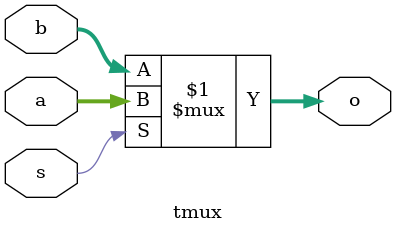
<source format=v>
`timescale 1ns / 1ps
module tmux(a,b,s,o);
input [2:0]a,b;
input s;
output [2:0]o;

assign o = s ? a : b;
endmodule

</source>
